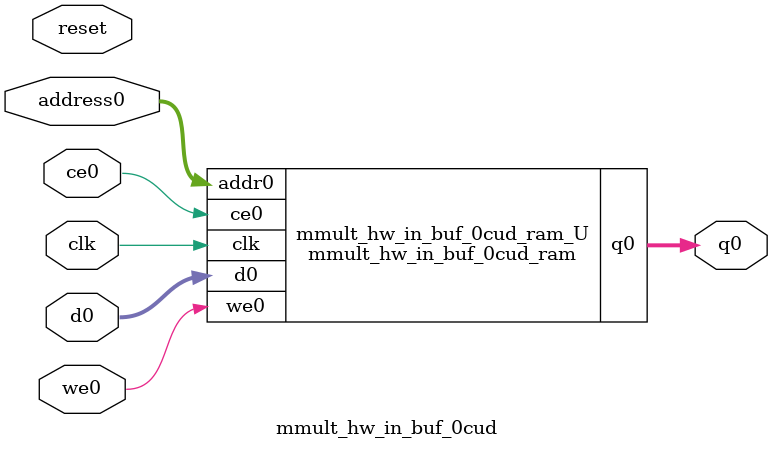
<source format=v>

`timescale 1 ns / 1 ps
module mmult_hw_in_buf_0cud_ram (addr0, ce0, d0, we0, q0,  clk);

parameter DWIDTH = 8;
parameter AWIDTH = 7;
parameter MEM_SIZE = 128;

input[AWIDTH-1:0] addr0;
input ce0;
input[DWIDTH-1:0] d0;
input we0;
output reg[DWIDTH-1:0] q0;
input clk;

(* ram_style = "block" *)reg [DWIDTH-1:0] ram[0:MEM_SIZE-1];




always @(posedge clk)  
begin 
    if (ce0) 
    begin
        if (we0) 
        begin 
            ram[addr0] <= d0; 
            q0 <= d0;
        end 
        else 
            q0 <= ram[addr0];
    end
end


endmodule


`timescale 1 ns / 1 ps
module mmult_hw_in_buf_0cud(
    reset,
    clk,
    address0,
    ce0,
    we0,
    d0,
    q0);

parameter DataWidth = 32'd8;
parameter AddressRange = 32'd128;
parameter AddressWidth = 32'd7;
input reset;
input clk;
input[AddressWidth - 1:0] address0;
input ce0;
input we0;
input[DataWidth - 1:0] d0;
output[DataWidth - 1:0] q0;



mmult_hw_in_buf_0cud_ram mmult_hw_in_buf_0cud_ram_U(
    .clk( clk ),
    .addr0( address0 ),
    .ce0( ce0 ),
    .d0( d0 ),
    .we0( we0 ),
    .q0( q0 ));

endmodule


</source>
